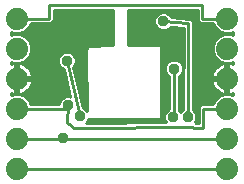
<source format=gbl>
G75*
%MOIN*%
%OFA0B0*%
%FSLAX24Y24*%
%IPPOS*%
%LPD*%
%AMOC8*
5,1,8,0,0,1.08239X$1,22.5*
%
%ADD10C,0.0740*%
%ADD11C,0.0100*%
%ADD12C,0.0376*%
D10*
X000724Y000682D03*
X000724Y001682D03*
X000724Y002682D03*
X000724Y003682D03*
X000724Y004682D03*
X000724Y005682D03*
X007724Y005682D03*
X007724Y004682D03*
X007724Y003682D03*
X007724Y002682D03*
X007724Y001682D03*
X007724Y000682D03*
D11*
X000724Y000682D01*
X000724Y001682D02*
X002265Y001682D01*
X002265Y001713D01*
X002265Y001682D02*
X007724Y001682D01*
X006942Y002047D02*
X006608Y002047D01*
X006608Y002063D01*
X002776Y002043D01*
X002617Y002043D01*
X002458Y002166D01*
X002398Y002213D01*
X002422Y002787D01*
X002422Y002682D01*
X000724Y002682D01*
X001178Y002842D02*
X001131Y002954D01*
X000996Y003089D01*
X000820Y003162D01*
X000629Y003162D01*
X000520Y003117D01*
X000520Y003203D01*
X000525Y003200D01*
X000603Y003175D01*
X000674Y003163D01*
X000674Y003632D01*
X000774Y003632D01*
X000774Y003163D01*
X000846Y003175D01*
X000924Y003200D01*
X000997Y003237D01*
X001063Y003285D01*
X001121Y003343D01*
X001169Y003409D01*
X001206Y003482D01*
X001232Y003560D01*
X001243Y003632D01*
X000774Y003632D01*
X000774Y003732D01*
X000674Y003732D01*
X000674Y004200D01*
X000603Y004189D01*
X000525Y004164D01*
X000519Y004161D01*
X000519Y004247D01*
X000629Y004202D01*
X000820Y004202D01*
X000996Y004275D01*
X001131Y004410D01*
X001204Y004586D01*
X001204Y004777D01*
X001131Y004954D01*
X000996Y005089D01*
X000820Y005162D01*
X000629Y005162D01*
X000519Y005116D01*
X000519Y005247D01*
X000629Y005202D01*
X000820Y005202D01*
X000996Y005275D01*
X001131Y005410D01*
X001178Y005522D01*
X001851Y005522D01*
X001945Y005616D01*
X001945Y005957D01*
X003922Y005957D01*
X003922Y004787D01*
X003087Y004777D01*
X003047Y004695D01*
X003031Y004609D01*
X003044Y002610D01*
X002985Y002669D01*
X002916Y002698D01*
X002601Y004070D01*
X002641Y004111D01*
X002687Y004220D01*
X002687Y004339D01*
X002641Y004448D01*
X002557Y004532D01*
X002448Y004578D01*
X002329Y004578D01*
X002220Y004532D01*
X002136Y004448D01*
X002090Y004339D01*
X002090Y004220D01*
X002136Y004111D01*
X002220Y004027D01*
X002289Y003998D01*
X002501Y003077D01*
X002482Y003085D01*
X002363Y003085D01*
X002254Y003039D01*
X002170Y002955D01*
X002124Y002846D01*
X002124Y002842D01*
X001178Y002842D01*
X001175Y002848D02*
X002125Y002848D01*
X002166Y002946D02*
X001135Y002946D01*
X001040Y003045D02*
X002266Y003045D01*
X002485Y003143D02*
X000865Y003143D01*
X000774Y003242D02*
X000674Y003242D01*
X000674Y003340D02*
X000774Y003340D01*
X000774Y003439D02*
X000674Y003439D01*
X000674Y003537D02*
X000774Y003537D01*
X000774Y003636D02*
X002372Y003636D01*
X002350Y003734D02*
X001243Y003734D01*
X001243Y003732D02*
X001232Y003804D01*
X001206Y003881D01*
X001169Y003954D01*
X001121Y004021D01*
X001063Y004079D01*
X000997Y004127D01*
X000924Y004164D01*
X000846Y004189D01*
X000774Y004200D01*
X000774Y003732D01*
X001243Y003732D01*
X001222Y003833D02*
X002327Y003833D01*
X002304Y003931D02*
X001181Y003931D01*
X001112Y004030D02*
X002217Y004030D01*
X002129Y004128D02*
X000994Y004128D01*
X000880Y004227D02*
X002090Y004227D01*
X002090Y004325D02*
X001046Y004325D01*
X001137Y004424D02*
X002126Y004424D01*
X002210Y004522D02*
X001178Y004522D01*
X001204Y004621D02*
X003033Y004621D01*
X003059Y004719D02*
X001204Y004719D01*
X001188Y004818D02*
X003922Y004818D01*
X003922Y004916D02*
X001147Y004916D01*
X001070Y005015D02*
X003922Y005015D01*
X003922Y005113D02*
X000938Y005113D01*
X000843Y005212D02*
X003922Y005212D01*
X003922Y005310D02*
X001031Y005310D01*
X001130Y005409D02*
X003922Y005409D01*
X003922Y005507D02*
X001172Y005507D01*
X000724Y005682D02*
X001785Y005682D01*
X001785Y006117D01*
X006906Y006117D01*
X006906Y005681D01*
X007643Y005681D01*
X007724Y005682D01*
X007272Y005521D02*
X007317Y005410D01*
X007453Y005275D01*
X007629Y005202D01*
X007820Y005202D01*
X007929Y005247D01*
X007929Y005117D01*
X007820Y005162D01*
X007629Y005162D01*
X007453Y005089D01*
X007317Y004954D01*
X007244Y004777D01*
X007244Y004586D01*
X007317Y004410D01*
X007453Y004275D01*
X007629Y004202D01*
X007820Y004202D01*
X007929Y004247D01*
X007929Y004161D01*
X007924Y004164D01*
X007846Y004189D01*
X007774Y004200D01*
X007774Y003732D01*
X007674Y003732D01*
X007674Y003632D01*
X007206Y003632D01*
X007217Y003560D01*
X007243Y003482D01*
X007280Y003409D01*
X007328Y003343D01*
X007386Y003285D01*
X007452Y003237D01*
X007525Y003200D01*
X007603Y003175D01*
X007674Y003163D01*
X007674Y003632D01*
X007774Y003632D01*
X007774Y003163D01*
X007846Y003175D01*
X007924Y003200D01*
X007930Y003203D01*
X007930Y003116D01*
X007820Y003162D01*
X007629Y003162D01*
X007453Y003089D01*
X007317Y002954D01*
X007271Y002842D01*
X006875Y002842D01*
X006782Y002748D01*
X006782Y002207D01*
X006691Y002207D01*
X006674Y002223D01*
X006674Y002223D01*
X006673Y002224D01*
X006665Y002224D01*
X006710Y002333D01*
X006710Y002452D01*
X006665Y002561D01*
X006585Y002642D01*
X006601Y005515D01*
X006606Y005574D01*
X006602Y005580D01*
X006602Y005587D01*
X006560Y005630D01*
X006521Y005676D01*
X006514Y005676D01*
X006509Y005682D01*
X006449Y005682D01*
X005873Y005732D01*
X005860Y005763D01*
X005776Y005847D01*
X005666Y005892D01*
X005548Y005892D01*
X005438Y005847D01*
X005354Y005763D01*
X005309Y005653D01*
X005309Y005535D01*
X005354Y005425D01*
X005438Y005341D01*
X005548Y005296D01*
X005666Y005296D01*
X005776Y005341D01*
X005847Y005413D01*
X006280Y005375D01*
X006265Y002682D01*
X006251Y002670D01*
X006250Y002660D01*
X006244Y002654D01*
X006244Y002646D01*
X006243Y002645D01*
X006173Y002575D01*
X006112Y002635D01*
X006114Y002667D01*
X006119Y002672D01*
X006119Y002673D01*
X006120Y002673D01*
X006119Y002739D01*
X006120Y002833D01*
X006122Y002881D01*
X006120Y002883D01*
X006122Y003757D01*
X006131Y003761D01*
X006215Y003845D01*
X006261Y003954D01*
X006261Y004073D01*
X006215Y004183D01*
X006131Y004267D01*
X006022Y004312D01*
X005903Y004312D01*
X005794Y004267D01*
X005710Y004183D01*
X005664Y004073D01*
X005664Y003954D01*
X005710Y003845D01*
X005794Y003761D01*
X005802Y003758D01*
X005800Y002888D01*
X005799Y002887D01*
X005799Y002824D01*
X005792Y002658D01*
X005763Y002646D01*
X005680Y002562D01*
X005634Y002453D01*
X005634Y002334D01*
X005680Y002224D01*
X005686Y002218D01*
X003026Y002204D01*
X003069Y002247D01*
X003098Y002317D01*
X005523Y002337D01*
X005532Y004789D01*
X004422Y004792D01*
X004422Y005957D01*
X006746Y005957D01*
X006746Y005614D01*
X006840Y005521D01*
X007272Y005521D01*
X007277Y005507D02*
X006601Y005507D01*
X006584Y005606D02*
X006755Y005606D01*
X006746Y005704D02*
X006193Y005704D01*
X006441Y005522D02*
X006424Y002571D01*
X006406Y002593D01*
X006412Y002393D01*
X006679Y002257D02*
X006782Y002257D01*
X006782Y002355D02*
X006710Y002355D01*
X006710Y002454D02*
X006782Y002454D01*
X006782Y002552D02*
X006669Y002552D01*
X006585Y002651D02*
X006782Y002651D01*
X006783Y002749D02*
X006585Y002749D01*
X006586Y002848D02*
X007274Y002848D01*
X007314Y002946D02*
X006587Y002946D01*
X006587Y003045D02*
X007408Y003045D01*
X007584Y003143D02*
X006588Y003143D01*
X006588Y003242D02*
X007446Y003242D01*
X007331Y003340D02*
X006589Y003340D01*
X006589Y003439D02*
X007265Y003439D01*
X007225Y003537D02*
X006590Y003537D01*
X006591Y003636D02*
X007674Y003636D01*
X007674Y003732D02*
X007206Y003732D01*
X007217Y003804D01*
X007243Y003881D01*
X007280Y003954D01*
X007328Y004021D01*
X007386Y004079D01*
X007452Y004127D01*
X007525Y004164D01*
X007603Y004189D01*
X007674Y004200D01*
X007674Y003732D01*
X007674Y003734D02*
X007774Y003734D01*
X007774Y003833D02*
X007674Y003833D01*
X007674Y003931D02*
X007774Y003931D01*
X007774Y004030D02*
X007674Y004030D01*
X007674Y004128D02*
X007774Y004128D01*
X007880Y004227D02*
X007929Y004227D01*
X007569Y004227D02*
X006594Y004227D01*
X006594Y004325D02*
X007402Y004325D01*
X007312Y004424D02*
X006595Y004424D01*
X006596Y004522D02*
X007271Y004522D01*
X007244Y004621D02*
X006596Y004621D01*
X006597Y004719D02*
X007244Y004719D01*
X007261Y004818D02*
X006597Y004818D01*
X006598Y004916D02*
X007302Y004916D01*
X007378Y005015D02*
X006598Y005015D01*
X006599Y005113D02*
X007511Y005113D01*
X007605Y005212D02*
X006600Y005212D01*
X006600Y005310D02*
X007417Y005310D01*
X007319Y005409D02*
X006601Y005409D01*
X006441Y005522D02*
X005607Y005594D01*
X005330Y005704D02*
X004422Y005704D01*
X004422Y005803D02*
X005394Y005803D01*
X005309Y005606D02*
X004422Y005606D01*
X004422Y005507D02*
X005320Y005507D01*
X005371Y005409D02*
X004422Y005409D01*
X004422Y005310D02*
X005514Y005310D01*
X005701Y005310D02*
X006280Y005310D01*
X006280Y005212D02*
X004422Y005212D01*
X004422Y005113D02*
X006279Y005113D01*
X006278Y005015D02*
X004422Y005015D01*
X004422Y004916D02*
X006278Y004916D01*
X006277Y004818D02*
X004422Y004818D01*
X004822Y004946D02*
X005956Y004978D01*
X005973Y004491D01*
X006276Y004522D02*
X005531Y004522D01*
X005531Y004424D02*
X006275Y004424D01*
X006274Y004325D02*
X005530Y004325D01*
X005530Y004227D02*
X005754Y004227D01*
X005687Y004128D02*
X005530Y004128D01*
X005529Y004030D02*
X005664Y004030D01*
X005674Y003931D02*
X005529Y003931D01*
X005529Y003833D02*
X005722Y003833D01*
X005802Y003734D02*
X005528Y003734D01*
X005528Y003636D02*
X005802Y003636D01*
X005801Y003537D02*
X005527Y003537D01*
X005527Y003439D02*
X005801Y003439D01*
X005801Y003340D02*
X005527Y003340D01*
X005526Y003242D02*
X005801Y003242D01*
X005800Y003143D02*
X005526Y003143D01*
X005526Y003045D02*
X005800Y003045D01*
X005800Y002946D02*
X005525Y002946D01*
X005525Y002848D02*
X005799Y002848D01*
X005796Y002749D02*
X005524Y002749D01*
X005524Y002651D02*
X005774Y002651D01*
X005675Y002552D02*
X005524Y002552D01*
X005523Y002454D02*
X005635Y002454D01*
X005634Y002355D02*
X005523Y002355D01*
X005666Y002257D02*
X003073Y002257D01*
X002817Y002416D02*
X002389Y004280D01*
X002652Y004424D02*
X003032Y004424D01*
X003032Y004522D02*
X002568Y004522D01*
X002687Y004325D02*
X003033Y004325D01*
X003034Y004227D02*
X002687Y004227D01*
X002649Y004128D02*
X003034Y004128D01*
X003035Y004030D02*
X002610Y004030D01*
X002633Y003931D02*
X003036Y003931D01*
X003036Y003833D02*
X002655Y003833D01*
X002678Y003734D02*
X003037Y003734D01*
X003038Y003636D02*
X002701Y003636D01*
X002723Y003537D02*
X003038Y003537D01*
X003039Y003439D02*
X002746Y003439D01*
X002768Y003340D02*
X003040Y003340D01*
X003040Y003242D02*
X002791Y003242D01*
X002814Y003143D02*
X003041Y003143D01*
X003042Y003045D02*
X002836Y003045D01*
X002859Y002946D02*
X003042Y002946D01*
X003043Y002848D02*
X002882Y002848D01*
X002904Y002749D02*
X003044Y002749D01*
X003044Y002651D02*
X003004Y002651D01*
X002463Y003242D02*
X001003Y003242D01*
X001118Y003340D02*
X002440Y003340D01*
X002418Y003439D02*
X001184Y003439D01*
X001224Y003537D02*
X002395Y003537D01*
X002035Y003694D02*
X001657Y003694D01*
X000774Y003734D02*
X000674Y003734D01*
X000674Y003833D02*
X000774Y003833D01*
X000774Y003931D02*
X000674Y003931D01*
X000674Y004030D02*
X000774Y004030D01*
X000774Y004128D02*
X000674Y004128D01*
X000569Y004227D02*
X000519Y004227D01*
X000519Y005212D02*
X000605Y005212D01*
X001935Y005606D02*
X003922Y005606D01*
X003922Y005704D02*
X001945Y005704D01*
X001945Y005803D02*
X003922Y005803D01*
X003922Y005901D02*
X001945Y005901D01*
X004422Y005901D02*
X006746Y005901D01*
X006746Y005803D02*
X005820Y005803D01*
X005843Y005409D02*
X005895Y005409D01*
X005532Y004719D02*
X006277Y004719D01*
X006276Y004621D02*
X005532Y004621D01*
X006171Y004227D02*
X006274Y004227D01*
X006273Y004128D02*
X006238Y004128D01*
X006261Y004030D02*
X006273Y004030D01*
X006272Y003931D02*
X006251Y003931D01*
X006272Y003833D02*
X006203Y003833D01*
X006271Y003734D02*
X006122Y003734D01*
X006122Y003636D02*
X006271Y003636D01*
X006270Y003537D02*
X006121Y003537D01*
X006121Y003439D02*
X006269Y003439D01*
X006269Y003340D02*
X006121Y003340D01*
X006121Y003242D02*
X006268Y003242D01*
X006268Y003143D02*
X006120Y003143D01*
X006120Y003045D02*
X006267Y003045D01*
X006267Y002946D02*
X006120Y002946D01*
X006120Y002848D02*
X006266Y002848D01*
X006265Y002749D02*
X006119Y002749D01*
X006113Y002651D02*
X006244Y002651D01*
X005951Y002635D02*
X005932Y002393D01*
X005951Y002635D02*
X005959Y002821D01*
X005959Y002739D01*
X005963Y004014D01*
X006593Y004030D02*
X007337Y004030D01*
X007455Y004128D02*
X006593Y004128D01*
X006592Y003931D02*
X007268Y003931D01*
X007227Y003833D02*
X006592Y003833D01*
X006591Y003734D02*
X007206Y003734D01*
X007674Y003537D02*
X007774Y003537D01*
X007774Y003439D02*
X007674Y003439D01*
X007674Y003340D02*
X007774Y003340D01*
X007774Y003242D02*
X007674Y003242D01*
X007865Y003143D02*
X007930Y003143D01*
X007724Y002682D02*
X006942Y002682D01*
X006942Y002047D01*
X007843Y005212D02*
X007929Y005212D01*
X000584Y003143D02*
X000520Y003143D01*
D12*
X002035Y003694D03*
X002389Y004280D03*
X002422Y002787D03*
X002817Y002416D03*
X002265Y001713D03*
X005932Y002393D03*
X006412Y002393D03*
X005963Y004014D03*
X005973Y004491D03*
X004822Y004946D03*
X005607Y005594D03*
M02*

</source>
